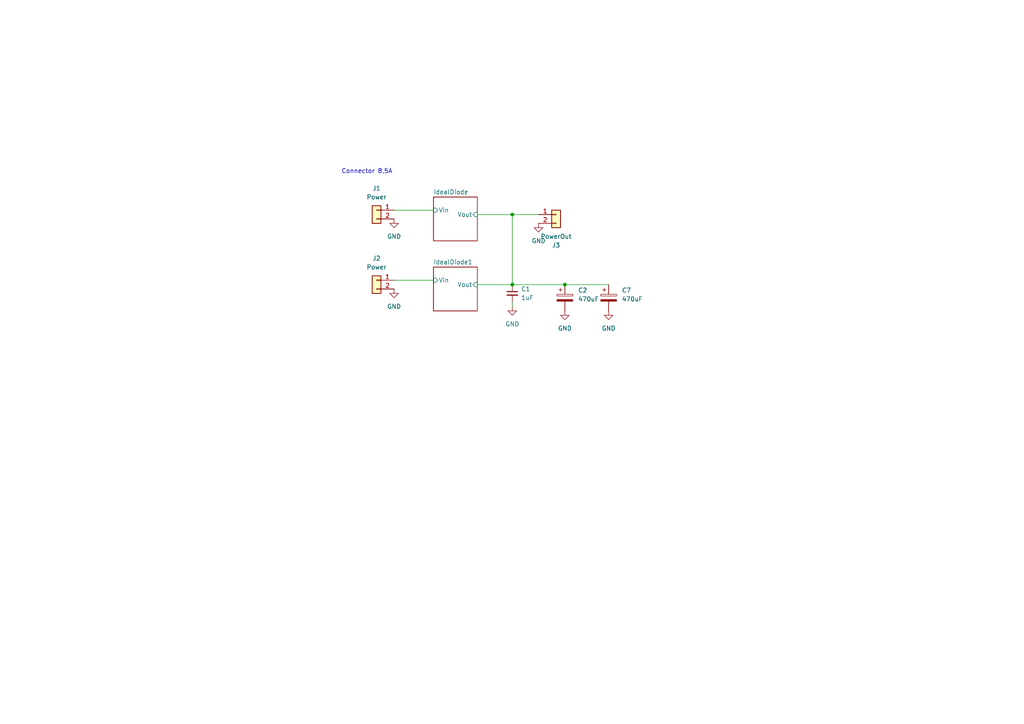
<source format=kicad_sch>
(kicad_sch (version 20250114) (generator "eeschema") (generator_version "9.0")
  (paper "A4")
  (lib_symbols
    (symbol "Connector_Generic:Conn_01x02" (pin_names (offset 1.016) (hide yes))
      (property "Reference" "J" (at 0 2.54 0))
      (property "Value" "Conn_01x02" (at 0 -5.08 0))
      (symbol "Conn_01x02_1_1"
        (rectangle (start -1.27 1.27) (end 1.27 -3.81) (stroke (width 0.254)) (fill (type background)))
        (rectangle (start -1.27 0.127) (end 0 -0.127) (stroke (width 0.1524)))
        (rectangle (start -1.27 -2.413) (end 0 -2.667) (stroke (width 0.1524)))
        (pin passive line (at -5.08 0 0) (length 3.81) (name "Pin_1") (number "1"))
        (pin passive line (at -5.08 -2.54 0) (length 3.81) (name "Pin_2") (number "2"))
      )
    )
    (symbol "Device:C_Polarized" (pin_numbers (hide yes)) (pin_names (offset 0.254))
      (property "Reference" "C" (at 0.635 2.54 0))
      (property "Value" "C_Polarized" (at 0.635 -2.54 0))
      (symbol "C_Polarized_0_1"
        (rectangle (start -2.286 0.508) (end 2.286 1.016))
        (polyline (pts (xy -1.778 2.286) (xy -0.762 2.286)))
        (polyline (pts (xy -1.27 2.794) (xy -1.27 1.778)))
        (rectangle (start 2.286 -0.508) (end -2.286 -1.016) (fill (type outline)))
      )
      (symbol "C_Polarized_1_1"
        (pin passive line (at 0 3.81 270) (length 2.794) (name "~") (number "1"))
        (pin passive line (at 0 -3.81 90) (length 2.794) (name "~") (number "2"))
      )
    )
    (symbol "Device:C_Small" (pin_numbers (hide yes)) (pin_names (offset 0.254) (hide yes))
      (property "Reference" "C" (at 0.254 1.778 0))
      (property "Value" "C_Small" (at 0.254 -2.032 0))
      (symbol "C_Small_0_1"
        (polyline (pts (xy -1.524 0.508) (xy 1.524 0.508)) (stroke (width 0.3048)))
        (polyline (pts (xy -1.524 -0.508) (xy 1.524 -0.508)) (stroke (width 0.3302)))
      )
      (symbol "C_Small_1_1"
        (pin passive line (at 0 2.54 270) (length 2.032) (name "~") (number "1"))
        (pin passive line (at 0 -2.54 90) (length 2.032) (name "~") (number "2"))
      )
    )
    (symbol "power:GND" (power) (pin_numbers (hide yes)) (pin_names (offset 0) (hide yes))
      (property "Value" "GND" (at 0 -3.81 0))
      (symbol "GND_0_1"
        (polyline (pts (xy 0 0) (xy 0 -1.27) (xy 1.27 -1.27) (xy 0 -2.54) (xy -1.27 -1.27) (xy 0 -1.27)))
      )
      (symbol "GND_1_1"
        (pin power_in line (at 0 0 270) (length 0) (name "~") (number "1"))
      )
    )
  )
  (text "Connector 8,5A" (at 106.426 49.784 0) (effects (font (size 1.27 1.27))))
  (junction (at 163.83 82.55))
  (junction (at 148.59 62.23))
  (junction (at 148.59 82.55))
  (wire (pts (xy 114.3 81.28) (xy 125.73 81.28)))
  (wire (pts (xy 148.59 82.55) (xy 163.83 82.55)))
  (wire (pts (xy 148.59 82.55) (xy 148.59 62.23)))
  (wire (pts (xy 148.59 62.23) (xy 138.43 62.23)))
  (wire (pts (xy 138.43 82.55) (xy 148.59 82.55)))
  (wire (pts (xy 114.3 60.96) (xy 125.73 60.96)))
  (wire (pts (xy 148.59 88.9) (xy 148.59 87.63)))
  (wire (pts (xy 163.83 82.55) (xy 176.53 82.55)))
  (wire (pts (xy 148.59 62.23) (xy 156.21 62.23)))
  (symbol (lib_id "power:GND") (at 156.21 64.77 0) (unit 1)
    (property "Reference" "#PWR04" (effects (hide yes)))
    (property "Value" "GND" (at 156.21 69.85 0))
    (property "Description" "Power symbol creates a global label with name \"GND\" , ground" (effects (hide yes)))
  )
  (symbol (lib_id "Device:C_Polarized") (at 163.83 86.36 0) (unit 1)
    (property "Reference" "C2" (at 167.64 84.2009 0) (effects (justify left)))
    (property "Value" "470uF" (at 167.64 86.7409 0) (effects (justify left)))
    (property "Footprint" "Capacitor_THT:CP_Radial_D12.5mm_P5.00mm" (effects (hide yes)))
    (property "Description" "Polarized capacitor" (effects (hide yes)))
    (property "Mfr" "EKYB800ELL471MK30S" (effects (hide yes)))
  )
  (symbol (lib_id "Connector_Generic:Conn_01x02") (at 109.22 81.28 0) (mirror y) (unit 1)
    (property "Reference" "J2" (at 109.22 74.93 0))
    (property "Value" "Power" (at 109.22 77.47 0))
    (property "Footprint" "Connector_Molex:Molex_Micro-Fit_3.0_43650-0200_1x02_P3.00mm_Horizontal" (effects (hide yes)))
    (property "Description" "Generic connector, single row, 01x02, script generated (kicad-library-utils/schlib/autogen/connector/)" (effects (hide yes)))
  )
  (symbol (lib_id "power:GND") (at 163.83 90.17 0) (unit 1)
    (property "Reference" "#PWR05" (effects (hide yes)))
    (property "Value" "GND" (at 163.83 95.25 0))
    (property "Description" "Power symbol creates a global label with name \"GND\" , ground" (effects (hide yes)))
  )
  (symbol (lib_id "power:GND") (at 114.3 63.5 0) (unit 1)
    (property "Reference" "#PWR01" (effects (hide yes)))
    (property "Value" "GND" (at 114.3 68.58 0))
    (property "Description" "Power symbol creates a global label with name \"GND\" , ground" (effects (hide yes)))
  )
  (symbol (lib_id "Connector_Generic:Conn_01x02") (at 109.22 60.96 0) (mirror y) (unit 1)
    (property "Reference" "J1" (at 109.22 54.61 0))
    (property "Value" "Power" (at 109.22 57.15 0))
    (property "Footprint" "Connector_Molex:Molex_Micro-Fit_3.0_43650-0200_1x02_P3.00mm_Horizontal" (effects (hide yes)))
    (property "Description" "Generic connector, single row, 01x02, script generated (kicad-library-utils/schlib/autogen/connector/)" (effects (hide yes)))
  )
  (symbol (lib_id "power:GND") (at 176.53 90.17 0) (unit 1)
    (property "Reference" "#PWR010" (effects (hide yes)))
    (property "Value" "GND" (at 176.53 95.25 0))
    (property "Description" "Power symbol creates a global label with name \"GND\" , ground" (effects (hide yes)))
  )
  (symbol (lib_id "power:GND") (at 114.3 83.82 0) (unit 1)
    (property "Reference" "#PWR02" (effects (hide yes)))
    (property "Value" "GND" (at 114.3 88.9 0))
    (property "Description" "Power symbol creates a global label with name \"GND\" , ground" (effects (hide yes)))
  )
  (symbol (lib_id "power:GND") (at 148.59 88.9 0) (unit 1)
    (property "Reference" "#PWR03" (effects (hide yes)))
    (property "Value" "GND" (at 148.59 93.98 0))
    (property "Description" "Power symbol creates a global label with name \"GND\" , ground" (effects (hide yes)))
  )
  (symbol (lib_id "Device:C_Small") (at 148.59 85.09 0) (unit 1)
    (property "Reference" "C1" (at 151.13 83.8262 0) (effects (justify left)))
    (property "Value" "1uF" (at 151.13 86.3662 0) (effects (justify left)))
    (property "Footprint" "Capacitor_SMD:C_0805_2012Metric" (effects (hide yes)))
    (property "Description" "Unpolarized capacitor, small symbol" (effects (hide yes)))
  )
  (symbol (lib_id "Connector_Generic:Conn_01x02") (at 161.29 62.23 0) (unit 1)
    (property "Reference" "J3" (at 161.29 71.12 0))
    (property "Value" "PowerOut" (at 161.29 68.58 0))
    (property "Footprint" "Connector_Molex:Molex_Micro-Fit_3.0_43650-0200_1x02_P3.00mm_Horizontal" (effects (hide yes)))
    (property "Description" "Generic connector, single row, 01x02, script generated (kicad-library-utils/schlib/autogen/connector/)" (effects (hide yes)))
  )
  (symbol (lib_id "Device:C_Polarized") (at 176.53 86.36 0) (unit 1)
    (property "Reference" "C7" (at 180.34 84.2009 0) (effects (justify left)))
    (property "Value" "470uF" (at 180.34 86.7409 0) (effects (justify left)))
    (property "Footprint" "Capacitor_THT:CP_Radial_D12.5mm_P5.00mm" (effects (hide yes)))
    (property "Description" "Polarized capacitor" (effects (hide yes)))
    (property "Mfr" "EKYB800ELL471MK30S" (effects (hide yes)))
  )
  (sheet (at 125.73 77.47) (size 12.7 12.7) (stroke (width 0.1524))
    (property "Sheetname" "IdealDiode1" (at 125.73 76.7584 0) (effects (justify left bottom)))
    (property "Sheetfile" "IdealDiode.kicad_sch" (effects (hide yes)))
    (pin "Vin" input (at 125.73 81.28 180))
    (pin "Vout" input (at 138.43 82.55 0))
  )
  (sheet (at 125.73 57.15) (size 12.7 12.7) (stroke (width 0.1524))
    (property "Sheetname" "IdealDiode" (at 125.73 56.4384 0) (effects (justify left bottom)))
    (property "Sheetfile" "IdealDiode.kicad_sch" (effects (hide yes)))
    (pin "Vin" input (at 125.73 60.96 180))
    (pin "Vout" input (at 138.43 62.23 0))
  )
)
</source>
